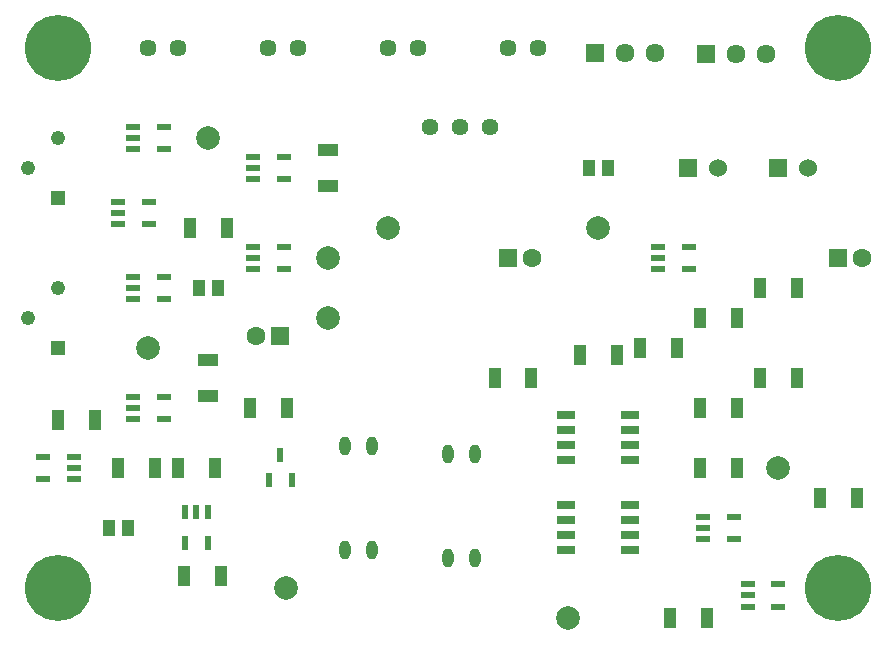
<source format=gbr>
%TF.GenerationSoftware,KiCad,Pcbnew,8.0.0*%
%TF.CreationDate,2024-04-17T16:33:47+02:00*%
%TF.ProjectId,bspdv3,62737064-7633-42e6-9b69-6361645f7063,rev?*%
%TF.SameCoordinates,Original*%
%TF.FileFunction,Soldermask,Top*%
%TF.FilePolarity,Negative*%
%FSLAX46Y46*%
G04 Gerber Fmt 4.6, Leading zero omitted, Abs format (unit mm)*
G04 Created by KiCad (PCBNEW 8.0.0) date 2024-04-17 16:33:47*
%MOMM*%
%LPD*%
G01*
G04 APERTURE LIST*
%ADD10C,5.600000*%
%ADD11R,1.050000X1.800000*%
%ADD12R,1.150000X0.600000*%
%ADD13C,2.000000*%
%ADD14R,0.600000X1.150000*%
%ADD15R,1.600000X1.600000*%
%ADD16C,1.600000*%
%ADD17C,1.447000*%
%ADD18R,1.800000X1.050000*%
%ADD19C,1.440000*%
%ADD20R,1.217000X1.217000*%
%ADD21C,1.217000*%
%ADD22R,1.530000X1.530000*%
%ADD23C,1.530000*%
%ADD24R,1.610000X1.610000*%
%ADD25C,1.610000*%
%ADD26R,1.070000X1.470000*%
%ADD27R,0.600000X1.300000*%
%ADD28O,0.950000X1.600000*%
%ADD29R,1.528000X0.650000*%
G04 APERTURE END LIST*
D10*
%TO.C,M4*%
X88900000Y-66040000D03*
%TD*%
D11*
%TO.C,R5*%
X36602000Y-65024000D03*
X33502000Y-65024000D03*
%TD*%
D10*
%TO.C,M3*%
X22860000Y-66040000D03*
%TD*%
D12*
%TO.C,G6*%
X39340000Y-29530000D03*
X39340000Y-30480000D03*
X39340000Y-31430000D03*
X41940000Y-31430000D03*
X41940000Y-29530000D03*
%TD*%
D11*
%TO.C,R14*%
X82270000Y-48260000D03*
X85370000Y-48260000D03*
%TD*%
D13*
%TO.C,TP1*%
X35560000Y-27940000D03*
%TD*%
D12*
%TO.C,CP3*%
X24160000Y-56830000D03*
X24160000Y-55880000D03*
X24160000Y-54930000D03*
X21560000Y-54930000D03*
X21560000Y-56830000D03*
%TD*%
%TO.C,CP4*%
X73660000Y-37150000D03*
X73660000Y-38100000D03*
X73660000Y-39050000D03*
X76260000Y-39050000D03*
X76260000Y-37150000D03*
%TD*%
D11*
%TO.C,R3*%
X22834000Y-51816000D03*
X25934000Y-51816000D03*
%TD*%
D12*
%TO.C,CP2*%
X29180000Y-39690000D03*
X29180000Y-40640000D03*
X29180000Y-41590000D03*
X31780000Y-41590000D03*
X31780000Y-39690000D03*
%TD*%
D14*
%TO.C,G2*%
X35494000Y-59660000D03*
X34544000Y-59660000D03*
X33594000Y-59660000D03*
X33594000Y-62260000D03*
X35494000Y-62260000D03*
%TD*%
D12*
%TO.C,CP1*%
X29180000Y-26990000D03*
X29180000Y-27940000D03*
X29180000Y-28890000D03*
X31780000Y-28890000D03*
X31780000Y-26990000D03*
%TD*%
D15*
%TO.C,C1*%
X41595100Y-44704000D03*
D16*
X39595100Y-44704000D03*
%TD*%
D12*
%TO.C,G3*%
X27910000Y-33340000D03*
X27910000Y-34290000D03*
X27910000Y-35240000D03*
X30510000Y-35240000D03*
X30510000Y-33340000D03*
%TD*%
D17*
%TO.C,LED2*%
X40640000Y-20320000D03*
X43180000Y-20320000D03*
%TD*%
D11*
%TO.C,R6*%
X34010000Y-35560000D03*
X37110000Y-35560000D03*
%TD*%
D18*
%TO.C,R10*%
X45720000Y-28930000D03*
X45720000Y-32030000D03*
%TD*%
D19*
%TO.C,U2*%
X59374500Y-27024000D03*
X56834500Y-27024000D03*
X54294500Y-27024000D03*
%TD*%
D12*
%TO.C,G5*%
X39340000Y-37150000D03*
X39340000Y-38100000D03*
X39340000Y-39050000D03*
X41940000Y-39050000D03*
X41940000Y-37150000D03*
%TD*%
D20*
%TO.C,RV2*%
X22860000Y-33020000D03*
D21*
X20320000Y-30480000D03*
X22860000Y-27940000D03*
%TD*%
D15*
%TO.C,C5*%
X60960000Y-38100000D03*
D16*
X62960000Y-38100000D03*
%TD*%
D17*
%TO.C,LED1*%
X50800000Y-20320000D03*
X53340000Y-20320000D03*
%TD*%
D11*
%TO.C,R4*%
X31014000Y-55880000D03*
X27914000Y-55880000D03*
%TD*%
D10*
%TO.C,M1*%
X22860000Y-20320000D03*
%TD*%
D11*
%TO.C,R17*%
X77190000Y-50800000D03*
X80290000Y-50800000D03*
%TD*%
D22*
%TO.C,J4*%
X83820000Y-30480000D03*
D23*
X86360000Y-30480000D03*
%TD*%
D12*
%TO.C,G7*%
X77440000Y-60010000D03*
X77440000Y-60960000D03*
X77440000Y-61910000D03*
X80040000Y-61910000D03*
X80040000Y-60010000D03*
%TD*%
D24*
%TO.C,J2*%
X77724000Y-20828000D03*
D25*
X80264000Y-20828000D03*
X82804000Y-20828000D03*
%TD*%
D13*
%TO.C,TP9*%
X83820000Y-55880000D03*
%TD*%
D11*
%TO.C,R1*%
X32994000Y-55880000D03*
X36094000Y-55880000D03*
%TD*%
%TO.C,R16*%
X67030000Y-46355000D03*
X70130000Y-46355000D03*
%TD*%
%TO.C,R9*%
X85370000Y-40640000D03*
X82270000Y-40640000D03*
%TD*%
D13*
%TO.C,TP6*%
X45720000Y-38100000D03*
%TD*%
D10*
%TO.C,M2*%
X88900000Y-20320000D03*
%TD*%
D11*
%TO.C,R13*%
X72110000Y-45720000D03*
X75210000Y-45720000D03*
%TD*%
D13*
%TO.C,TP2*%
X30480000Y-45720000D03*
%TD*%
D11*
%TO.C,R11*%
X87350000Y-58420000D03*
X90450000Y-58420000D03*
%TD*%
D26*
%TO.C,C2*%
X28760000Y-60960000D03*
X27120000Y-60960000D03*
%TD*%
D11*
%TO.C,R15*%
X74650000Y-68580000D03*
X77750000Y-68580000D03*
%TD*%
%TO.C,R12*%
X59790000Y-48260000D03*
X62890000Y-48260000D03*
%TD*%
D17*
%TO.C,LED3*%
X30480000Y-20320000D03*
X33020000Y-20320000D03*
%TD*%
D11*
%TO.C,R18*%
X77190000Y-55880000D03*
X80290000Y-55880000D03*
%TD*%
D13*
%TO.C,TP4*%
X42164000Y-66040000D03*
%TD*%
D27*
%TO.C,Q1*%
X40706000Y-56930000D03*
X42606000Y-56930000D03*
X41656000Y-54830000D03*
%TD*%
D28*
%TO.C,K1*%
X47117000Y-62820000D03*
X49403000Y-62820000D03*
X49403000Y-54020000D03*
X47117000Y-54020000D03*
%TD*%
D12*
%TO.C,G1*%
X29180000Y-49850000D03*
X29180000Y-50800000D03*
X29180000Y-51750000D03*
X31780000Y-51750000D03*
X31780000Y-49850000D03*
%TD*%
%TO.C,G4*%
X81220000Y-65725000D03*
X81220000Y-66675000D03*
X81220000Y-67625000D03*
X83820000Y-67625000D03*
X83820000Y-65725000D03*
%TD*%
D26*
%TO.C,C3*%
X34740000Y-40640000D03*
X36380000Y-40640000D03*
%TD*%
D15*
%TO.C,C4*%
X88900000Y-38100000D03*
D16*
X90900000Y-38100000D03*
%TD*%
D26*
%TO.C,C6*%
X67760000Y-30480000D03*
X69400000Y-30480000D03*
%TD*%
D24*
%TO.C,J1*%
X68317000Y-20753000D03*
D25*
X70857000Y-20753000D03*
X73397000Y-20753000D03*
%TD*%
D29*
%TO.C,CP5*%
X65869000Y-51435000D03*
X65869000Y-52705000D03*
X65869000Y-53975000D03*
X65869000Y-55245000D03*
X71291000Y-55245000D03*
X71291000Y-53975000D03*
X71291000Y-52705000D03*
X71291000Y-51435000D03*
%TD*%
D13*
%TO.C,TP3*%
X45720000Y-43180000D03*
%TD*%
%TO.C,TP8*%
X66040000Y-68580000D03*
%TD*%
%TO.C,TP5*%
X68580000Y-35560000D03*
%TD*%
D11*
%TO.C,R8*%
X80290000Y-43180000D03*
X77190000Y-43180000D03*
%TD*%
D13*
%TO.C,TP7*%
X50800000Y-35560000D03*
%TD*%
D20*
%TO.C,RV1*%
X22860000Y-45720000D03*
D21*
X20320000Y-43180000D03*
X22860000Y-40640000D03*
%TD*%
D18*
%TO.C,R2*%
X35560000Y-49810000D03*
X35560000Y-46710000D03*
%TD*%
D29*
%TO.C,CP6*%
X65869000Y-59055000D03*
X65869000Y-60325000D03*
X65869000Y-61595000D03*
X65869000Y-62865000D03*
X71291000Y-62865000D03*
X71291000Y-61595000D03*
X71291000Y-60325000D03*
X71291000Y-59055000D03*
%TD*%
D22*
%TO.C,J3*%
X76200000Y-30480000D03*
D23*
X78740000Y-30480000D03*
%TD*%
D28*
%TO.C,K2*%
X55880000Y-63500000D03*
X58166000Y-63500000D03*
X58166000Y-54700000D03*
X55880000Y-54700000D03*
%TD*%
D11*
%TO.C,R7*%
X42190000Y-50800000D03*
X39090000Y-50800000D03*
%TD*%
D17*
%TO.C,LED4*%
X60960000Y-20320000D03*
X63500000Y-20320000D03*
%TD*%
M02*

</source>
